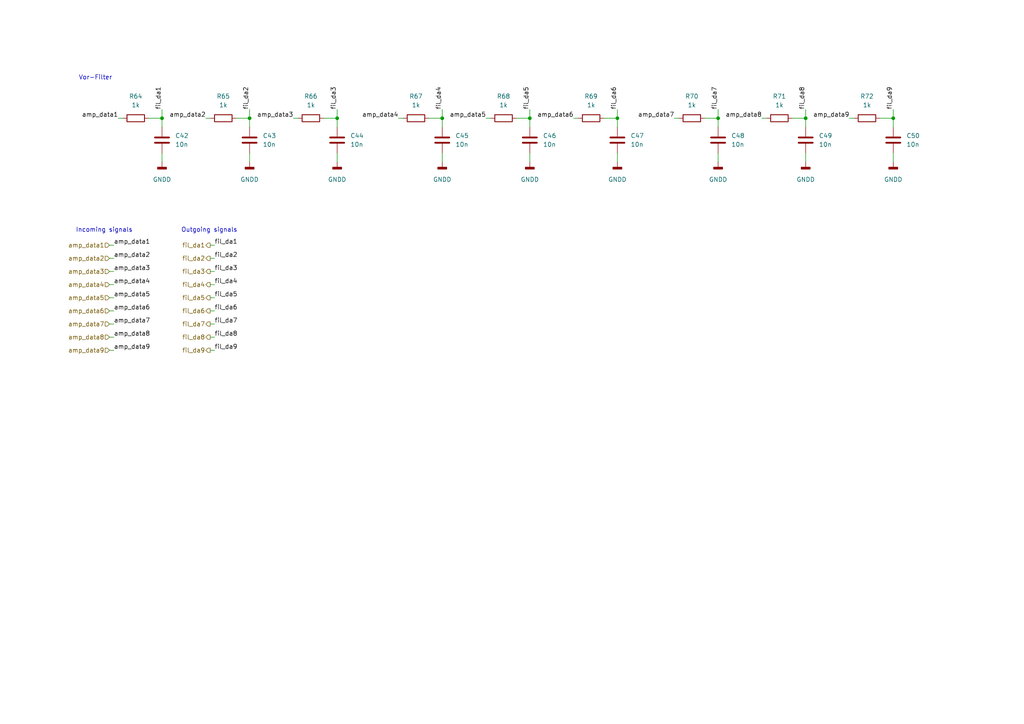
<source format=kicad_sch>
(kicad_sch (version 20231120) (generator "eeschema") (generator_version "8.0")
  (paper "A4")
  (lib_symbols
    (symbol "Device:C" (pin_numbers hide) (pin_names (offset 0.254))
      (property "Reference" "C" (at 0.635 2.54 0))
      (property "Value" "C" (at 0.635 -2.54 0))
      (symbol "C_0_1"
        (polyline (pts (xy -2.032 -0.762) (xy 2.032 -0.762)) (stroke (width 0.508)))
        (polyline (pts (xy -2.032 0.762) (xy 2.032 0.762)) (stroke (width 0.508)))
      )
      (symbol "C_1_1"
        (pin passive line (at 0 3.81 270) (length 2.794) (name "~") (number "1"))
        (pin passive line (at 0 -3.81 90) (length 2.794) (name "~") (number "2"))
      )
    )
    (symbol "Device:R" (pin_numbers hide) (pin_names (offset 0))
      (property "Reference" "R" (at 2.032 0 90))
      (property "Value" "R" (at 0 0 90))
      (symbol "R_0_1"
        (rectangle (start -1.016 -2.54) (end 1.016 2.54) (stroke (width 0.254)))
      )
      (symbol "R_1_1"
        (pin passive line (at 0 3.81 270) (length 1.27) (name "~") (number "1"))
        (pin passive line (at 0 -3.81 90) (length 1.27) (name "~") (number "2"))
      )
    )
    (symbol "power:GNDD" (power) (pin_names (offset 0))
      (property "Value" "GNDD" (at 0 -3.175 0))
      (symbol "GNDD_0_1"
        (rectangle (start -1.27 -1.524) (end 1.27 -2.032) (stroke (width 0.254)) (fill (type outline)))
        (polyline (pts (xy 0 0) (xy 0 -1.524)))
      )
      (symbol "GNDD_1_1"
        (pin power_in line (at 0 0 270) (length 0) hide (name "GNDD") (number "1"))
      )
    )
  )
  (junction (at 233.68 34.29))
  (junction (at 179.07 34.29))
  (junction (at 72.39 34.29))
  (junction (at 97.79 34.29))
  (junction (at 259.08 34.29))
  (junction (at 208.28 34.29))
  (junction (at 153.67 34.29))
  (junction (at 128.27 34.29))
  (junction (at 46.99 34.29))
  (wire (pts (xy 31.75 82.55) (xy 33.02 82.55)))
  (wire (pts (xy 179.07 44.45) (xy 179.07 46.99)))
  (wire (pts (xy 46.99 44.45) (xy 46.99 46.99)))
  (wire (pts (xy 31.75 74.93) (xy 33.02 74.93)))
  (wire (pts (xy 128.27 31.75) (xy 128.27 34.29)))
  (wire (pts (xy 233.68 36.83) (xy 233.68 34.29)))
  (wire (pts (xy 195.58 34.29) (xy 196.85 34.29)))
  (wire (pts (xy 255.27 34.29) (xy 259.08 34.29)))
  (wire (pts (xy 72.39 31.75) (xy 72.39 34.29)))
  (wire (pts (xy 149.86 34.29) (xy 153.67 34.29)))
  (wire (pts (xy 60.96 97.79) (xy 62.23 97.79)))
  (wire (pts (xy 72.39 36.83) (xy 72.39 34.29)))
  (wire (pts (xy 259.08 31.75) (xy 259.08 34.29)))
  (wire (pts (xy 60.96 93.98) (xy 62.23 93.98)))
  (wire (pts (xy 259.08 36.83) (xy 259.08 34.29)))
  (wire (pts (xy 31.75 101.6) (xy 33.02 101.6)))
  (wire (pts (xy 229.87 34.29) (xy 233.68 34.29)))
  (wire (pts (xy 34.29 34.29) (xy 35.56 34.29)))
  (wire (pts (xy 220.98 34.29) (xy 222.25 34.29)))
  (wire (pts (xy 60.96 71.12) (xy 62.23 71.12)))
  (wire (pts (xy 60.96 86.36) (xy 62.23 86.36)))
  (wire (pts (xy 31.75 86.36) (xy 33.02 86.36)))
  (wire (pts (xy 153.67 44.45) (xy 153.67 46.99)))
  (wire (pts (xy 128.27 44.45) (xy 128.27 46.99)))
  (wire (pts (xy 208.28 31.75) (xy 208.28 34.29)))
  (wire (pts (xy 31.75 90.17) (xy 33.02 90.17)))
  (wire (pts (xy 60.96 74.93) (xy 62.23 74.93)))
  (wire (pts (xy 60.96 101.6) (xy 62.23 101.6)))
  (wire (pts (xy 128.27 36.83) (xy 128.27 34.29)))
  (wire (pts (xy 97.79 31.75) (xy 97.79 34.29)))
  (wire (pts (xy 153.67 31.75) (xy 153.67 34.29)))
  (wire (pts (xy 31.75 93.98) (xy 33.02 93.98)))
  (wire (pts (xy 93.98 34.29) (xy 97.79 34.29)))
  (wire (pts (xy 204.47 34.29) (xy 208.28 34.29)))
  (wire (pts (xy 68.58 34.29) (xy 72.39 34.29)))
  (wire (pts (xy 208.28 44.45) (xy 208.28 46.99)))
  (wire (pts (xy 140.97 34.29) (xy 142.24 34.29)))
  (wire (pts (xy 166.37 34.29) (xy 167.64 34.29)))
  (wire (pts (xy 46.99 36.83) (xy 46.99 34.29)))
  (wire (pts (xy 233.68 44.45) (xy 233.68 46.99)))
  (wire (pts (xy 97.79 44.45) (xy 97.79 46.99)))
  (wire (pts (xy 97.79 36.83) (xy 97.79 34.29)))
  (wire (pts (xy 72.39 44.45) (xy 72.39 46.99)))
  (wire (pts (xy 60.96 78.74) (xy 62.23 78.74)))
  (wire (pts (xy 175.26 34.29) (xy 179.07 34.29)))
  (wire (pts (xy 115.57 34.29) (xy 116.84 34.29)))
  (wire (pts (xy 60.96 82.55) (xy 62.23 82.55)))
  (wire (pts (xy 233.68 31.75) (xy 233.68 34.29)))
  (wire (pts (xy 246.38 34.29) (xy 247.65 34.29)))
  (wire (pts (xy 31.75 71.12) (xy 33.02 71.12)))
  (wire (pts (xy 60.96 90.17) (xy 62.23 90.17)))
  (wire (pts (xy 31.75 78.74) (xy 33.02 78.74)))
  (wire (pts (xy 208.28 36.83) (xy 208.28 34.29)))
  (wire (pts (xy 259.08 44.45) (xy 259.08 46.99)))
  (wire (pts (xy 153.67 36.83) (xy 153.67 34.29)))
  (wire (pts (xy 31.75 97.79) (xy 33.02 97.79)))
  (wire (pts (xy 179.07 36.83) (xy 179.07 34.29)))
  (wire (pts (xy 43.18 34.29) (xy 46.99 34.29)))
  (wire (pts (xy 46.99 31.75) (xy 46.99 34.29)))
  (wire (pts (xy 124.46 34.29) (xy 128.27 34.29)))
  (wire (pts (xy 85.09 34.29) (xy 86.36 34.29)))
  (wire (pts (xy 59.69 34.29) (xy 60.96 34.29)))
  (wire (pts (xy 179.07 31.75) (xy 179.07 34.29)))
  (text "Vor-Filter" (at 27.686 22.606 0) (effects (font (size 1.27 1.27))))
  (text "Outgoing signals\n" (at 60.706 66.802 0) (effects (font (size 1.27 1.27))))
  (text "Incoming signals" (at 30.226 66.802 0) (effects (font (size 1.27 1.27))))
  (label "amp_data7" (at 195.58 34.29 180))
  (label "fil_da9" (at 62.23 101.6 0))
  (label "amp_data1" (at 33.02 71.12 0))
  (label "fil_da5" (at 62.23 86.36 0))
  (label "fil_da2" (at 62.23 74.93 0))
  (label "amp_data3" (at 33.02 78.74 0))
  (label "fil_da9" (at 259.08 31.75 90))
  (label "amp_data4" (at 33.02 82.55 0))
  (label "fil_da7" (at 62.23 93.98 0))
  (label "fil_da5" (at 153.67 31.75 90))
  (label "amp_data5" (at 140.97 34.29 180))
  (label "amp_data6" (at 166.37 34.29 180))
  (label "amp_data4" (at 115.57 34.29 180))
  (label "amp_data8" (at 33.02 97.79 0))
  (label "amp_data1" (at 34.29 34.29 180))
  (label "fil_da8" (at 62.23 97.79 0))
  (label "amp_data9" (at 246.38 34.29 180))
  (label "fil_da6" (at 179.07 31.75 90))
  (label "fil_da8" (at 233.68 31.75 90))
  (label "fil_da1" (at 46.99 31.75 90))
  (label "fil_da6" (at 62.23 90.17 0))
  (label "amp_data7" (at 33.02 93.98 0))
  (label "fil_da2" (at 72.39 31.75 90))
  (label "amp_data5" (at 33.02 86.36 0))
  (label "amp_data3" (at 85.09 34.29 180))
  (label "fil_da1" (at 62.23 71.12 0))
  (label "amp_data6" (at 33.02 90.17 0))
  (label "amp_data2" (at 59.69 34.29 180))
  (label "fil_da4" (at 128.27 31.75 90))
  (label "fil_da3" (at 62.23 78.74 0))
  (label "fil_da7" (at 208.28 31.75 90))
  (label "amp_data2" (at 33.02 74.93 0))
  (label "fil_da4" (at 62.23 82.55 0))
  (label "amp_data8" (at 220.98 34.29 180))
  (label "amp_data9" (at 33.02 101.6 0))
  (label "fil_da3" (at 97.79 31.75 90))
  (hierarchical_label "fil_da6" (shape output) (at 60.96 90.17 180))
  (hierarchical_label "amp_data2" (shape input) (at 31.75 74.93 180))
  (hierarchical_label "fil_da9" (shape output) (at 60.96 101.6 180))
  (hierarchical_label "amp_data1" (shape input) (at 31.75 71.12 180))
  (hierarchical_label "amp_data5" (shape input) (at 31.75 86.36 180))
  (hierarchical_label "amp_data7" (shape input) (at 31.75 93.98 180))
  (hierarchical_label "amp_data8" (shape input) (at 31.75 97.79 180))
  (hierarchical_label "amp_data9" (shape input) (at 31.75 101.6 180))
  (hierarchical_label "fil_da8" (shape output) (at 60.96 97.79 180))
  (hierarchical_label "amp_data4" (shape input) (at 31.75 82.55 180))
  (hierarchical_label "amp_data6" (shape input) (at 31.75 90.17 180))
  (hierarchical_label "amp_data3" (shape input) (at 31.75 78.74 180))
  (hierarchical_label "fil_da7" (shape output) (at 60.96 93.98 180))
  (hierarchical_label "fil_da1" (shape output) (at 60.96 71.12 180))
  (hierarchical_label "fil_da4" (shape output) (at 60.96 82.55 180))
  (hierarchical_label "fil_da3" (shape output) (at 60.96 78.74 180))
  (hierarchical_label "fil_da5" (shape output) (at 60.96 86.36 180))
  (hierarchical_label "fil_da2" (shape output) (at 60.96 74.93 180))
  (symbol (lib_id "Device:R") (at 120.65 34.29 90) (unit 1)
    (property "Reference" "R67" (at 120.65 27.94 90))
    (property "Value" "1k" (at 120.65 30.48 90))
    (property "Footprint" "Resistor_SMD:R_0603_1608Metric_Pad0.98x0.95mm_HandSolder" (effects (hide yes)))
    (property "Description" "Resistor" (effects (hide yes)))
  )
  (symbol (lib_id "power:GNDD") (at 179.07 46.99 0) (unit 1)
    (property "Reference" "#PWR0110" (effects (hide yes)))
    (property "Value" "GNDD" (at 179.07 52.07 0))
  )
  (symbol (lib_id "Device:C") (at 259.08 40.64 0) (unit 1)
    (property "Reference" "C50" (at 262.89 39.3699 0) (effects (justify left)))
    (property "Value" "10n" (at 262.89 41.9099 0) (effects (justify left)))
    (property "Footprint" "Capacitor_SMD:C_0603_1608Metric_Pad1.08x0.95mm_HandSolder" (effects (hide yes)))
    (property "Description" "Unpolarized capacitor" (effects (hide yes)))
  )
  (symbol (lib_id "Device:C") (at 72.39 40.64 0) (unit 1)
    (property "Reference" "C43" (at 76.2 39.3699 0) (effects (justify left)))
    (property "Value" "10n" (at 76.2 41.9099 0) (effects (justify left)))
    (property "Footprint" "Capacitor_SMD:C_0603_1608Metric_Pad1.08x0.95mm_HandSolder" (effects (hide yes)))
    (property "Description" "Unpolarized capacitor" (effects (hide yes)))
  )
  (symbol (lib_id "Device:R") (at 90.17 34.29 90) (unit 1)
    (property "Reference" "R66" (at 90.17 27.94 90))
    (property "Value" "1k" (at 90.17 30.48 90))
    (property "Footprint" "Resistor_SMD:R_0603_1608Metric_Pad0.98x0.95mm_HandSolder" (effects (hide yes)))
    (property "Description" "Resistor" (effects (hide yes)))
  )
  (symbol (lib_id "Device:R") (at 226.06 34.29 90) (unit 1)
    (property "Reference" "R71" (at 226.06 27.94 90))
    (property "Value" "1k" (at 226.06 30.48 90))
    (property "Footprint" "Resistor_SMD:R_0603_1608Metric_Pad0.98x0.95mm_HandSolder" (effects (hide yes)))
    (property "Description" "Resistor" (effects (hide yes)))
  )
  (symbol (lib_id "Device:R") (at 200.66 34.29 90) (unit 1)
    (property "Reference" "R70" (at 200.66 27.94 90))
    (property "Value" "1k" (at 200.66 30.48 90))
    (property "Footprint" "Resistor_SMD:R_0603_1608Metric_Pad0.98x0.95mm_HandSolder" (effects (hide yes)))
    (property "Description" "Resistor" (effects (hide yes)))
  )
  (symbol (lib_id "Device:C") (at 97.79 40.64 0) (unit 1)
    (property "Reference" "C44" (at 101.6 39.3699 0) (effects (justify left)))
    (property "Value" "10n" (at 101.6 41.9099 0) (effects (justify left)))
    (property "Footprint" "Capacitor_SMD:C_0603_1608Metric_Pad1.08x0.95mm_HandSolder" (effects (hide yes)))
    (property "Description" "Unpolarized capacitor" (effects (hide yes)))
  )
  (symbol (lib_id "Device:R") (at 146.05 34.29 90) (unit 1)
    (property "Reference" "R68" (at 146.05 27.94 90))
    (property "Value" "1k" (at 146.05 30.48 90))
    (property "Footprint" "Resistor_SMD:R_0603_1608Metric_Pad0.98x0.95mm_HandSolder" (effects (hide yes)))
    (property "Description" "Resistor" (effects (hide yes)))
  )
  (symbol (lib_id "power:GNDD") (at 233.68 46.99 0) (unit 1)
    (property "Reference" "#PWR0112" (effects (hide yes)))
    (property "Value" "GNDD" (at 233.68 52.07 0))
  )
  (symbol (lib_id "Device:C") (at 233.68 40.64 0) (unit 1)
    (property "Reference" "C49" (at 237.49 39.3699 0) (effects (justify left)))
    (property "Value" "10n" (at 237.49 41.9099 0) (effects (justify left)))
    (property "Footprint" "Capacitor_SMD:C_0603_1608Metric_Pad1.08x0.95mm_HandSolder" (effects (hide yes)))
    (property "Description" "Unpolarized capacitor" (effects (hide yes)))
  )
  (symbol (lib_id "Device:R") (at 64.77 34.29 90) (unit 1)
    (property "Reference" "R65" (at 64.77 27.94 90))
    (property "Value" "1k" (at 64.77 30.48 90))
    (property "Footprint" "Resistor_SMD:R_0603_1608Metric_Pad0.98x0.95mm_HandSolder" (effects (hide yes)))
    (property "Description" "Resistor" (effects (hide yes)))
  )
  (symbol (lib_id "Device:C") (at 179.07 40.64 0) (unit 1)
    (property "Reference" "C47" (at 182.88 39.3699 0) (effects (justify left)))
    (property "Value" "10n" (at 182.88 41.9099 0) (effects (justify left)))
    (property "Footprint" "Capacitor_SMD:C_0603_1608Metric_Pad1.08x0.95mm_HandSolder" (effects (hide yes)))
    (property "Description" "Unpolarized capacitor" (effects (hide yes)))
  )
  (symbol (lib_id "power:GNDD") (at 46.99 46.99 0) (unit 1)
    (property "Reference" "#PWR0105" (effects (hide yes)))
    (property "Value" "GNDD" (at 46.99 52.07 0))
  )
  (symbol (lib_id "Device:R") (at 39.37 34.29 90) (unit 1)
    (property "Reference" "R64" (at 39.37 27.94 90))
    (property "Value" "1k" (at 39.37 30.48 90))
    (property "Footprint" "Resistor_SMD:R_0603_1608Metric_Pad0.98x0.95mm_HandSolder" (effects (hide yes)))
    (property "Description" "Resistor" (effects (hide yes)))
  )
  (symbol (lib_id "power:GNDD") (at 208.28 46.99 0) (unit 1)
    (property "Reference" "#PWR0111" (effects (hide yes)))
    (property "Value" "GNDD" (at 208.28 52.07 0))
  )
  (symbol (lib_id "power:GNDD") (at 72.39 46.99 0) (unit 1)
    (property "Reference" "#PWR0106" (effects (hide yes)))
    (property "Value" "GNDD" (at 72.39 52.07 0))
  )
  (symbol (lib_id "Device:C") (at 128.27 40.64 0) (unit 1)
    (property "Reference" "C45" (at 132.08 39.3699 0) (effects (justify left)))
    (property "Value" "10n" (at 132.08 41.9099 0) (effects (justify left)))
    (property "Footprint" "Capacitor_SMD:C_0603_1608Metric_Pad1.08x0.95mm_HandSolder" (effects (hide yes)))
    (property "Description" "Unpolarized capacitor" (effects (hide yes)))
  )
  (symbol (lib_id "Device:C") (at 46.99 40.64 0) (unit 1)
    (property "Reference" "C42" (at 50.8 39.3699 0) (effects (justify left)))
    (property "Value" "10n" (at 50.8 41.9099 0) (effects (justify left)))
    (property "Footprint" "Capacitor_SMD:C_0603_1608Metric_Pad1.08x0.95mm_HandSolder" (effects (hide yes)))
    (property "Description" "Unpolarized capacitor" (effects (hide yes)))
  )
  (symbol (lib_id "Device:C") (at 208.28 40.64 0) (unit 1)
    (property "Reference" "C48" (at 212.09 39.3699 0) (effects (justify left)))
    (property "Value" "10n" (at 212.09 41.9099 0) (effects (justify left)))
    (property "Footprint" "Capacitor_SMD:C_0603_1608Metric_Pad1.08x0.95mm_HandSolder" (effects (hide yes)))
    (property "Description" "Unpolarized capacitor" (effects (hide yes)))
  )
  (symbol (lib_id "power:GNDD") (at 97.79 46.99 0) (unit 1)
    (property "Reference" "#PWR0107" (effects (hide yes)))
    (property "Value" "GNDD" (at 97.79 52.07 0))
  )
  (symbol (lib_id "Device:C") (at 153.67 40.64 0) (unit 1)
    (property "Reference" "C46" (at 157.48 39.3699 0) (effects (justify left)))
    (property "Value" "10n" (at 157.48 41.9099 0) (effects (justify left)))
    (property "Footprint" "Capacitor_SMD:C_0603_1608Metric_Pad1.08x0.95mm_HandSolder" (effects (hide yes)))
    (property "Description" "Unpolarized capacitor" (effects (hide yes)))
  )
  (symbol (lib_id "Device:R") (at 251.46 34.29 90) (unit 1)
    (property "Reference" "R72" (at 251.46 27.94 90))
    (property "Value" "1k" (at 251.46 30.48 90))
    (property "Footprint" "Resistor_SMD:R_0603_1608Metric_Pad0.98x0.95mm_HandSolder" (effects (hide yes)))
    (property "Description" "Resistor" (effects (hide yes)))
  )
  (symbol (lib_id "power:GNDD") (at 259.08 46.99 0) (unit 1)
    (property "Reference" "#PWR0113" (effects (hide yes)))
    (property "Value" "GNDD" (at 259.08 52.07 0))
  )
  (symbol (lib_id "power:GNDD") (at 153.67 46.99 0) (unit 1)
    (property "Reference" "#PWR0109" (effects (hide yes)))
    (property "Value" "GNDD" (at 153.67 52.07 0))
  )
  (symbol (lib_id "Device:R") (at 171.45 34.29 90) (unit 1)
    (property "Reference" "R69" (at 171.45 27.94 90))
    (property "Value" "1k" (at 171.45 30.48 90))
    (property "Footprint" "Resistor_SMD:R_0603_1608Metric_Pad0.98x0.95mm_HandSolder" (effects (hide yes)))
    (property "Description" "Resistor" (effects (hide yes)))
  )
  (symbol (lib_id "power:GNDD") (at 128.27 46.99 0) (unit 1)
    (property "Reference" "#PWR0108" (effects (hide yes)))
    (property "Value" "GNDD" (at 128.27 52.07 0))
  )
)
</source>
